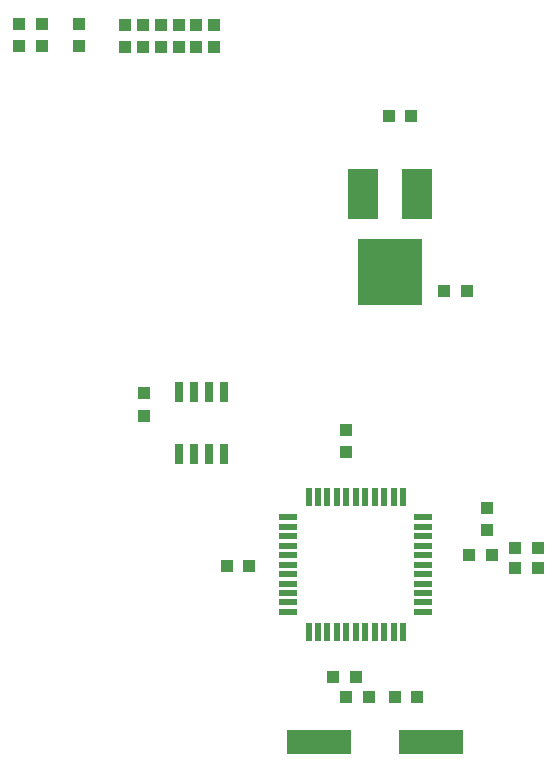
<source format=gtp>
%FSLAX44Y44*%
%MOMM*%
G71*
G01*
G75*
G04 Layer_Color=8421504*
%ADD10R,1.0000X1.0000*%
%ADD11R,0.7600X1.7800*%
%ADD12R,0.7200X1.7800*%
%ADD13R,1.0000X1.0000*%
%ADD14R,5.5000X2.0000*%
%ADD15R,2.6000X4.3000*%
%ADD16R,5.5000X5.7000*%
%ADD17R,1.5000X0.5500*%
%ADD18R,0.5500X1.5000*%
%ADD19C,0.3000*%
%ADD20C,0.6000*%
%ADD21C,1.2000*%
%ADD22C,0.4000*%
%ADD23C,2.0000*%
%ADD24C,0.2540*%
%ADD25C,1.8000*%
%ADD26C,1.7000*%
%ADD27C,2.0000*%
%ADD28R,2.0000X2.0000*%
%ADD29C,0.9000*%
%ADD30C,3.4000*%
%ADD31C,1.2700*%
%ADD32C,1.5000*%
%ADD33R,1.0000X1.4000*%
%ADD34C,0.2500*%
%ADD35C,0.2000*%
D10*
X494000Y356000D02*
D03*
Y337000D02*
D03*
X439000Y669000D02*
D03*
Y650000D02*
D03*
X553000Y668000D02*
D03*
Y649000D02*
D03*
X538000Y668000D02*
D03*
Y649000D02*
D03*
X523000Y668000D02*
D03*
Y649000D02*
D03*
X508000Y668000D02*
D03*
Y649000D02*
D03*
X493000Y668000D02*
D03*
Y649000D02*
D03*
X478000Y668000D02*
D03*
Y649000D02*
D03*
X407000Y650000D02*
D03*
Y669000D02*
D03*
X388000Y650000D02*
D03*
Y669000D02*
D03*
X784000Y259000D02*
D03*
Y240000D02*
D03*
X665000Y325000D02*
D03*
Y306000D02*
D03*
D11*
X523000Y356800D02*
D03*
X535700D02*
D03*
X548400D02*
D03*
X561100D02*
D03*
X523000Y304285D02*
D03*
X535700Y304280D02*
D03*
X561100D02*
D03*
D12*
X548400D02*
D03*
D13*
X684000Y99000D02*
D03*
X665000D02*
D03*
X706000D02*
D03*
X725000D02*
D03*
X827000Y208000D02*
D03*
X808000D02*
D03*
X827000Y225000D02*
D03*
X808000D02*
D03*
X767000Y443000D02*
D03*
X748000D02*
D03*
X583000Y210000D02*
D03*
X564000D02*
D03*
X654000Y116000D02*
D03*
X673000D02*
D03*
X788000Y219000D02*
D03*
X769000D02*
D03*
X720000Y591000D02*
D03*
X701000D02*
D03*
D14*
X737000Y61000D02*
D03*
X642000D02*
D03*
D15*
X725000Y525000D02*
D03*
X679300D02*
D03*
D16*
X702150Y458350D02*
D03*
D17*
X730000Y251000D02*
D03*
Y243000D02*
D03*
X730130Y195000D02*
D03*
X730000Y235000D02*
D03*
Y203000D02*
D03*
Y211000D02*
D03*
Y219000D02*
D03*
Y227000D02*
D03*
Y187000D02*
D03*
Y179000D02*
D03*
Y171000D02*
D03*
X616000Y251000D02*
D03*
Y243000D02*
D03*
Y195000D02*
D03*
Y235000D02*
D03*
Y203000D02*
D03*
Y211000D02*
D03*
Y219000D02*
D03*
Y227000D02*
D03*
Y187000D02*
D03*
Y179000D02*
D03*
Y171000D02*
D03*
D18*
X713000Y268000D02*
D03*
X705000D02*
D03*
X697000D02*
D03*
X657000D02*
D03*
X665000D02*
D03*
X673000D02*
D03*
X681000D02*
D03*
X649000D02*
D03*
X689000D02*
D03*
X641000D02*
D03*
X633000D02*
D03*
Y154000D02*
D03*
X641000D02*
D03*
X689000D02*
D03*
X649000D02*
D03*
X681000D02*
D03*
X673000D02*
D03*
X665000D02*
D03*
X657000D02*
D03*
X697000D02*
D03*
X705000D02*
D03*
X713000D02*
D03*
M02*

</source>
